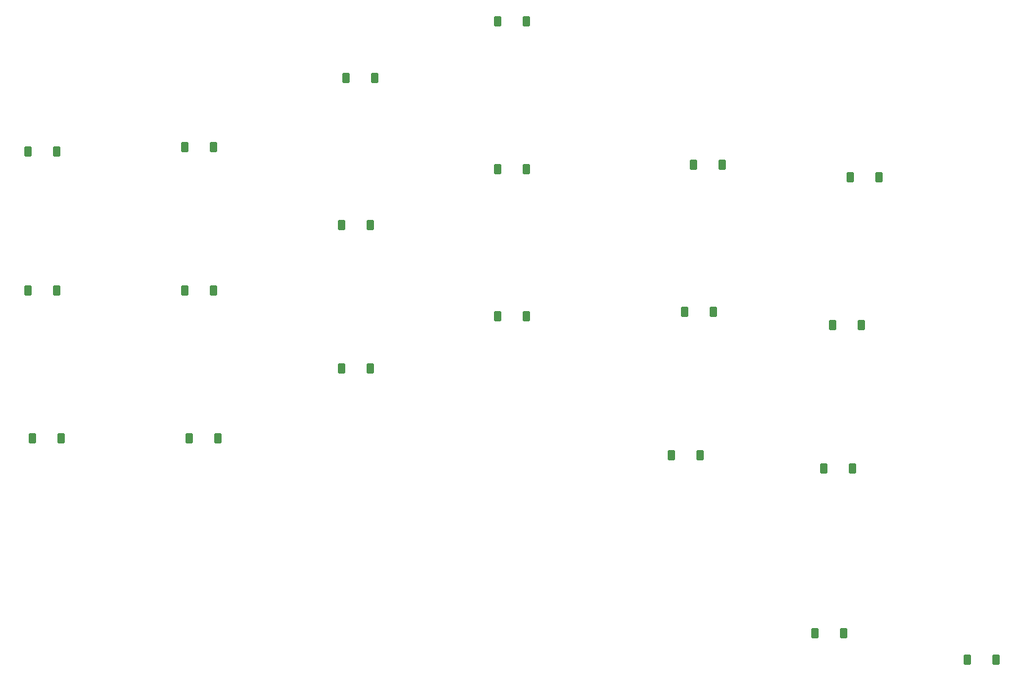
<source format=gbr>
%TF.GenerationSoftware,KiCad,Pcbnew,9.0.6-1.fc43*%
%TF.CreationDate,2026-01-15T13:12:57-05:00*%
%TF.ProjectId,Left,4c656674-2e6b-4696-9361-645f70636258,rev?*%
%TF.SameCoordinates,Original*%
%TF.FileFunction,Paste,Top*%
%TF.FilePolarity,Positive*%
%FSLAX46Y46*%
G04 Gerber Fmt 4.6, Leading zero omitted, Abs format (unit mm)*
G04 Created by KiCad (PCBNEW 9.0.6-1.fc43) date 2026-01-15 13:12:57*
%MOMM*%
%LPD*%
G01*
G04 APERTURE LIST*
G04 Aperture macros list*
%AMRoundRect*
0 Rectangle with rounded corners*
0 $1 Rounding radius*
0 $2 $3 $4 $5 $6 $7 $8 $9 X,Y pos of 4 corners*
0 Add a 4 corners polygon primitive as box body*
4,1,4,$2,$3,$4,$5,$6,$7,$8,$9,$2,$3,0*
0 Add four circle primitives for the rounded corners*
1,1,$1+$1,$2,$3*
1,1,$1+$1,$4,$5*
1,1,$1+$1,$6,$7*
1,1,$1+$1,$8,$9*
0 Add four rect primitives between the rounded corners*
20,1,$1+$1,$2,$3,$4,$5,0*
20,1,$1+$1,$4,$5,$6,$7,0*
20,1,$1+$1,$6,$7,$8,$9,0*
20,1,$1+$1,$8,$9,$2,$3,0*%
G04 Aperture macros list end*
%ADD10RoundRect,0.225000X-0.225000X-0.375000X0.225000X-0.375000X0.225000X0.375000X-0.225000X0.375000X0*%
G04 APERTURE END LIST*
D10*
%TO.C,D5*%
X228350000Y-82000000D03*
X231650000Y-82000000D03*
%TD*%
%TO.C,D10*%
X205850000Y-82500000D03*
X209150000Y-82500000D03*
%TD*%
%TO.C,D7*%
X151850000Y-96500000D03*
X155150000Y-96500000D03*
%TD*%
%TO.C,D16*%
X205850000Y-99500000D03*
X209150000Y-99500000D03*
%TD*%
%TO.C,D3*%
X188350000Y-72000000D03*
X191650000Y-72000000D03*
%TD*%
%TO.C,D6*%
X246350000Y-83500000D03*
X249650000Y-83500000D03*
%TD*%
%TO.C,D15*%
X187850000Y-105500000D03*
X191150000Y-105500000D03*
%TD*%
%TO.C,D11*%
X227350000Y-99000000D03*
X230650000Y-99000000D03*
%TD*%
%TO.C,D18*%
X243350000Y-117000000D03*
X246650000Y-117000000D03*
%TD*%
%TO.C,D8*%
X169850000Y-96500000D03*
X173150000Y-96500000D03*
%TD*%
%TO.C,D14*%
X170350000Y-113500000D03*
X173650000Y-113500000D03*
%TD*%
%TO.C,D13*%
X152350000Y-113500000D03*
X155650000Y-113500000D03*
%TD*%
%TO.C,D20*%
X259850000Y-139000000D03*
X263150000Y-139000000D03*
%TD*%
%TO.C,D2*%
X169850000Y-80000000D03*
X173150000Y-80000000D03*
%TD*%
%TO.C,D4*%
X205850000Y-65500000D03*
X209150000Y-65500000D03*
%TD*%
%TO.C,D17*%
X225850000Y-115500000D03*
X229150000Y-115500000D03*
%TD*%
%TO.C,D9*%
X187850000Y-89000000D03*
X191150000Y-89000000D03*
%TD*%
%TO.C,D1*%
X151850000Y-80500000D03*
X155150000Y-80500000D03*
%TD*%
%TO.C,D12*%
X244350000Y-100500000D03*
X247650000Y-100500000D03*
%TD*%
%TO.C,D19*%
X242350000Y-136000000D03*
X245650000Y-136000000D03*
%TD*%
M02*

</source>
